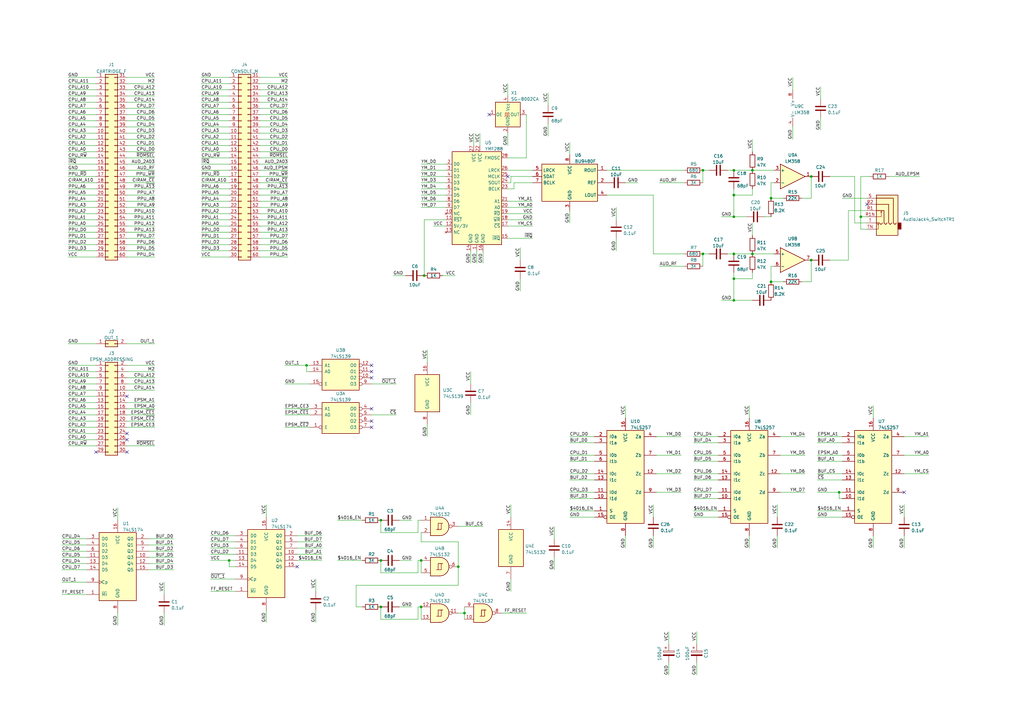
<source format=kicad_sch>
(kicad_sch (version 20211123) (generator eeschema)
  (paper "A3")
  (title_block (title "EPSM Expansion Audio FC") (date "2023-01-01") (rev "B") (company "Perkka; Persune"))
  (junction (at 300.99 80.01))
  (junction (at 316.23 115.57))
  (junction (at 156.21 248.92))
  (junction (at 300.99 123.19))
  (junction (at 93.98 229.87))
  (junction (at 300.99 69.85))
  (junction (at 172.72 248.92))
  (junction (at 173.99 113.03))
  (junction (at 172.72 229.87))
  (junction (at 316.23 81.28))
  (junction (at 288.29 69.85))
  (junction (at 156.21 213.36))
  (junction (at 308.61 69.85))
  (junction (at 190.5 251.46))
  (junction (at 308.61 104.14))
  (junction (at 332.74 106.68))
  (junction (at 125.73 149.86))
  (junction (at 187.96 232.41))
  (junction (at 332.74 72.39))
  (junction (at 344.17 201.93))
  (junction (at 300.99 114.3))
  (junction (at 300.99 88.9))
  (junction (at 300.99 104.14))
  (junction (at 288.29 104.14))
  (junction (at 156.21 229.87))
  (junction (at 353.06 88.9))
  (no_connect (at 370.84 201.93))
  (no_connect (at 152.4 149.86))
  (no_connect (at 152.4 167.64))
  (no_connect (at 152.4 175.26))
  (no_connect (at 152.4 172.72))
  (no_connect (at 121.92 232.41))
  (no_connect (at 355.6 83.82))
  (no_connect (at 52.07 162.56))
  (no_connect (at 39.37 185.42))
  (no_connect (at 52.07 180.34))
  (no_connect (at 52.07 177.8))
  (no_connect (at 52.07 185.42))
  (no_connect (at 152.4 154.94))
  (no_connect (at 208.28 72.39))
  (no_connect (at 200.66 46.99))
  (no_connect (at 152.4 152.4))
  (wire (pts (xy 269.24 179.07) (xy 279.4 179.07)))
  (wire (pts (xy 129.54 237.49) (xy 129.54 242.57)))
  (wire (pts (xy 345.44 81.28) (xy 355.6 81.28)))
  (wire (pts (xy 205.74 251.46) (xy 215.9 251.46)))
  (wire (pts (xy 27.94 97.79) (xy 39.37 97.79)))
  (wire (pts (xy 358.14 166.37) (xy 358.14 171.45)))
  (wire (pts (xy 82.55 77.47) (xy 93.98 77.47)))
  (wire (pts (xy 224.79 50.8) (xy 224.79 55.88)))
  (wire (pts (xy 121.92 222.25) (xy 132.08 222.25)))
  (wire (pts (xy 106.68 77.47) (xy 118.11 77.47)))
  (wire (pts (xy 187.96 222.25) (xy 187.96 232.41)))
  (wire (pts (xy 82.55 80.01) (xy 93.98 80.01)))
  (wire (pts (xy 106.68 85.09) (xy 118.11 85.09)))
  (wire (pts (xy 353.06 88.9) (xy 355.6 88.9)))
  (wire (pts (xy 60.96 228.6) (xy 71.12 228.6)))
  (wire (pts (xy 182.88 72.39) (xy 172.72 72.39)))
  (wire (pts (xy 208.28 85.09) (xy 218.44 85.09)))
  (wire (pts (xy 86.36 224.79) (xy 96.52 224.79)))
  (wire (pts (xy 109.22 207.01) (xy 109.22 212.09)))
  (wire (pts (xy 106.68 100.33) (xy 118.11 100.33)))
  (wire (pts (xy 27.94 100.33) (xy 39.37 100.33)))
  (wire (pts (xy 318.77 219.71) (xy 318.77 224.79)))
  (wire (pts (xy 172.72 229.87) (xy 171.45 229.87)))
  (wire (pts (xy 182.88 82.55) (xy 172.72 82.55)))
  (wire (pts (xy 307.34 219.71) (xy 307.34 224.79)))
  (wire (pts (xy 48.26 251.46) (xy 48.26 256.54)))
  (wire (pts (xy 121.92 229.87) (xy 132.08 229.87)))
  (wire (pts (xy 106.68 36.83) (xy 118.11 36.83)))
  (wire (pts (xy 52.07 41.91) (xy 63.5 41.91)))
  (wire (pts (xy 284.48 194.31) (xy 294.64 194.31)))
  (wire (pts (xy 60.96 223.52) (xy 71.12 223.52)))
  (wire (pts (xy 208.28 34.29) (xy 208.28 39.37)))
  (wire (pts (xy 106.68 72.39) (xy 118.11 72.39)))
  (wire (pts (xy 316.23 74.93) (xy 316.23 81.28)))
  (wire (pts (xy 106.68 31.75) (xy 118.11 31.75)))
  (wire (pts (xy 25.4 238.76) (xy 35.56 238.76)))
  (wire (pts (xy 182.88 69.85) (xy 172.72 69.85)))
  (wire (pts (xy 233.68 196.85) (xy 243.84 196.85)))
  (wire (pts (xy 52.07 182.88) (xy 63.5 182.88)))
  (wire (pts (xy 177.8 92.71) (xy 182.88 92.71)))
  (wire (pts (xy 233.68 201.93) (xy 243.84 201.93)))
  (wire (pts (xy 210.82 74.93) (xy 218.44 74.93)))
  (wire (pts (xy 171.45 213.36) (xy 171.45 218.44)))
  (wire (pts (xy 284.48 212.09) (xy 294.64 212.09)))
  (wire (pts (xy 121.92 227.33) (xy 132.08 227.33)))
  (wire (pts (xy 27.94 149.86) (xy 39.37 149.86)))
  (wire (pts (xy 27.94 67.31) (xy 39.37 67.31)))
  (wire (pts (xy 288.29 104.14) (xy 288.29 109.22)))
  (wire (pts (xy 208.28 74.93) (xy 209.55 74.93)))
  (wire (pts (xy 163.83 248.92) (xy 168.91 248.92)))
  (wire (pts (xy 156.21 213.36) (xy 156.21 218.44)))
  (wire (pts (xy 307.34 166.37) (xy 307.34 171.45)))
  (wire (pts (xy 27.94 52.07) (xy 39.37 52.07)))
  (wire (pts (xy 82.55 87.63) (xy 93.98 87.63)))
  (wire (pts (xy 93.98 229.87) (xy 96.52 229.87)))
  (wire (pts (xy 27.94 74.93) (xy 39.37 74.93)))
  (wire (pts (xy 156.21 234.95) (xy 171.45 234.95)))
  (wire (pts (xy 353.06 72.39) (xy 356.87 72.39)))
  (wire (pts (xy 308.61 104.14) (xy 317.5 104.14)))
  (wire (pts (xy 233.68 209.55) (xy 243.84 209.55)))
  (wire (pts (xy 146.05 240.03) (xy 146.05 248.92)))
  (wire (pts (xy 344.17 201.93) (xy 345.44 201.93)))
  (wire (pts (xy 106.68 44.45) (xy 118.11 44.45)))
  (wire (pts (xy 27.94 95.25) (xy 39.37 95.25)))
  (wire (pts (xy 300.99 80.01) (xy 300.99 88.9)))
  (wire (pts (xy 27.94 170.18) (xy 39.37 170.18)))
  (wire (pts (xy 370.84 207.01) (xy 370.84 212.09)))
  (wire (pts (xy 332.74 115.57) (xy 332.74 106.68)))
  (wire (pts (xy 82.55 72.39) (xy 93.98 72.39)))
  (wire (pts (xy 252.73 85.09) (xy 252.73 90.17)))
  (wire (pts (xy 52.07 69.85) (xy 63.5 69.85)))
  (wire (pts (xy 172.72 218.44) (xy 172.72 222.25)))
  (wire (pts (xy 27.94 49.53) (xy 39.37 49.53)))
  (wire (pts (xy 63.5 149.86) (xy 52.07 149.86)))
  (wire (pts (xy 172.72 222.25) (xy 187.96 222.25)))
  (wire (pts (xy 27.94 77.47) (xy 39.37 77.47)))
  (wire (pts (xy 288.29 104.14) (xy 290.83 104.14)))
  (wire (pts (xy 52.07 72.39) (xy 63.5 72.39)))
  (wire (pts (xy 27.94 180.34) (xy 39.37 180.34)))
  (wire (pts (xy 317.5 74.93) (xy 316.23 74.93)))
  (wire (pts (xy 52.07 52.07) (xy 63.5 52.07)))
  (wire (pts (xy 196.85 54.61) (xy 196.85 59.69)))
  (wire (pts (xy 27.94 46.99) (xy 39.37 46.99)))
  (wire (pts (xy 308.61 91.44) (xy 308.61 96.52)))
  (wire (pts (xy 370.84 186.69) (xy 381 186.69)))
  (wire (pts (xy 148.59 229.87) (xy 138.43 229.87)))
  (wire (pts (xy 106.68 82.55) (xy 118.11 82.55)))
  (wire (pts (xy 125.73 149.86) (xy 127 149.86)))
  (wire (pts (xy 353.06 88.9) (xy 353.06 93.98)))
  (wire (pts (xy 52.07 175.26) (xy 63.5 175.26)))
  (wire (pts (xy 106.68 102.87) (xy 118.11 102.87)))
  (wire (pts (xy 106.68 41.91) (xy 118.11 41.91)))
  (wire (pts (xy 267.97 219.71) (xy 267.97 224.79)))
  (wire (pts (xy 208.28 82.55) (xy 218.44 82.55)))
  (wire (pts (xy 121.92 219.71) (xy 132.08 219.71)))
  (wire (pts (xy 194.31 54.61) (xy 194.31 59.69)))
  (wire (pts (xy 208.28 90.17) (xy 218.44 90.17)))
  (wire (pts (xy 186.69 113.03) (xy 181.61 113.03)))
  (wire (pts (xy 27.94 154.94) (xy 39.37 154.94)))
  (wire (pts (xy 274.32 259.08) (xy 274.32 264.16)))
  (wire (pts (xy 52.07 77.47) (xy 63.5 77.47)))
  (wire (pts (xy 96.52 232.41) (xy 93.98 232.41)))
  (wire (pts (xy 182.88 80.01) (xy 172.72 80.01)))
  (wire (pts (xy 27.94 44.45) (xy 39.37 44.45)))
  (wire (pts (xy 298.45 104.14) (xy 300.99 104.14)))
  (wire (pts (xy 209.55 207.01) (xy 209.55 212.09)))
  (wire (pts (xy 86.36 242.57) (xy 96.52 242.57)))
  (wire (pts (xy 300.99 111.76) (xy 300.99 114.3)))
  (wire (pts (xy 52.07 57.15) (xy 63.5 57.15)))
  (wire (pts (xy 52.07 172.72) (xy 63.5 172.72)))
  (wire (pts (xy 146.05 248.92) (xy 148.59 248.92)))
  (wire (pts (xy 308.61 77.47) (xy 308.61 80.01)))
  (wire (pts (xy 332.74 81.28) (xy 332.74 72.39)))
  (wire (pts (xy 27.94 31.75) (xy 39.37 31.75)))
  (wire (pts (xy 27.94 59.69) (xy 39.37 59.69)))
  (wire (pts (xy 106.68 105.41) (xy 118.11 105.41)))
  (wire (pts (xy 300.99 88.9) (xy 306.07 88.9)))
  (wire (pts (xy 233.68 179.07) (xy 243.84 179.07)))
  (wire (pts (xy 335.28 196.85) (xy 345.44 196.85)))
  (wire (pts (xy 27.94 157.48) (xy 39.37 157.48)))
  (wire (pts (xy 106.68 92.71) (xy 118.11 92.71)))
  (wire (pts (xy 340.36 106.68) (xy 347.98 106.68)))
  (wire (pts (xy 233.68 189.23) (xy 243.84 189.23)))
  (wire (pts (xy 208.28 77.47) (xy 210.82 77.47)))
  (wire (pts (xy 27.94 102.87) (xy 39.37 102.87)))
  (wire (pts (xy 336.55 48.26) (xy 336.55 53.34)))
  (wire (pts (xy 195.58 102.87) (xy 195.58 107.95)))
  (wire (pts (xy 93.98 229.87) (xy 93.98 232.41)))
  (wire (pts (xy 213.36 101.6) (xy 213.36 106.68)))
  (wire (pts (xy 350.52 91.44) (xy 355.6 91.44)))
  (wire (pts (xy 320.04 201.93) (xy 330.2 201.93)))
  (wire (pts (xy 210.82 77.47) (xy 210.82 74.93)))
  (wire (pts (xy 67.31 251.46) (xy 67.31 256.54)))
  (wire (pts (xy 328.93 115.57) (xy 332.74 115.57)))
  (wire (pts (xy 25.4 228.6) (xy 35.56 228.6)))
  (wire (pts (xy 269.24 194.31) (xy 279.4 194.31)))
  (wire (pts (xy 27.94 172.72) (xy 39.37 172.72)))
  (wire (pts (xy 347.98 86.36) (xy 355.6 86.36)))
  (wire (pts (xy 300.99 123.19) (xy 308.61 123.19)))
  (wire (pts (xy 27.94 39.37) (xy 39.37 39.37)))
  (wire (pts (xy 370.84 194.31) (xy 381 194.31)))
  (wire (pts (xy 171.45 218.44) (xy 156.21 218.44)))
  (wire (pts (xy 300.99 114.3) (xy 308.61 114.3)))
  (wire (pts (xy 82.55 105.41) (xy 93.98 105.41)))
  (wire (pts (xy 82.55 74.93) (xy 93.98 74.93)))
  (wire (pts (xy 335.28 209.55) (xy 345.44 209.55)))
  (wire (pts (xy 233.68 186.69) (xy 243.84 186.69)))
  (wire (pts (xy 106.68 64.77) (xy 118.11 64.77)))
  (wire (pts (xy 52.07 154.94) (xy 63.5 154.94)))
  (wire (pts (xy 86.36 229.87) (xy 93.98 229.87)))
  (wire (pts (xy 213.36 114.3) (xy 213.36 119.38)))
  (wire (pts (xy 295.91 88.9) (xy 300.99 88.9)))
  (wire (pts (xy 256.54 166.37) (xy 256.54 171.45)))
  (wire (pts (xy 182.88 77.47) (xy 172.72 77.47)))
  (wire (pts (xy 350.52 72.39) (xy 350.52 91.44)))
  (wire (pts (xy 320.04 194.31) (xy 330.2 194.31)))
  (wire (pts (xy 284.48 196.85) (xy 294.64 196.85)))
  (wire (pts (xy 106.68 87.63) (xy 118.11 87.63)))
  (wire (pts (xy 82.55 82.55) (xy 93.98 82.55)))
  (wire (pts (xy 172.72 213.36) (xy 171.45 213.36)))
  (wire (pts (xy 25.4 243.84) (xy 35.56 243.84)))
  (wire (pts (xy 82.55 90.17) (xy 93.98 90.17)))
  (wire (pts (xy 209.55 74.93) (xy 209.55 72.39)))
  (wire (pts (xy 52.07 36.83) (xy 63.5 36.83)))
  (wire (pts (xy 317.5 109.22) (xy 316.23 109.22)))
  (wire (pts (xy 67.31 238.76) (xy 67.31 243.84)))
  (wire (pts (xy 60.96 231.14) (xy 71.12 231.14)))
  (wire (pts (xy 233.68 181.61) (xy 243.84 181.61)))
  (wire (pts (xy 52.07 64.77) (xy 63.5 64.77)))
  (wire (pts (xy 233.68 86.36) (xy 233.68 91.44)))
  (wire (pts (xy 190.5 251.46) (xy 190.5 254)))
  (wire (pts (xy 52.07 31.75) (xy 63.5 31.75)))
  (wire (pts (xy 209.55 237.49) (xy 209.55 242.57)))
  (wire (pts (xy 148.59 213.36) (xy 138.43 213.36)))
  (wire (pts (xy 82.55 41.91) (xy 93.98 41.91)))
  (wire (pts (xy 193.04 152.4) (xy 193.04 157.48)))
  (wire (pts (xy 298.45 69.85) (xy 300.99 69.85)))
  (wire (pts (xy 129.54 250.19) (xy 129.54 255.27)))
  (wire (pts (xy 82.55 102.87) (xy 93.98 102.87)))
  (wire (pts (xy 52.07 87.63) (xy 63.5 87.63)))
  (wire (pts (xy 116.84 170.18) (xy 127 170.18)))
  (wire (pts (xy 109.22 250.19) (xy 109.22 255.27)))
  (wire (pts (xy 172.72 248.92) (xy 172.72 254)))
  (wire (pts (xy 171.45 229.87) (xy 171.45 234.95)))
  (wire (pts (xy 267.97 104.14) (xy 280.67 104.14)))
  (wire (pts (xy 152.4 170.18) (xy 162.56 170.18)))
  (wire (pts (xy 82.55 64.77) (xy 93.98 64.77)))
  (wire (pts (xy 27.94 64.77) (xy 39.37 64.77)))
  (wire (pts (xy 52.07 74.93) (xy 63.5 74.93)))
  (wire (pts (xy 300.99 114.3) (xy 300.99 123.19)))
  (wire (pts (xy 269.24 201.93) (xy 279.4 201.93)))
  (wire (pts (xy 285.75 271.78) (xy 285.75 276.86)))
  (wire (pts (xy 294.64 181.61) (xy 284.48 181.61)))
  (wire (pts (xy 27.94 34.29) (xy 39.37 34.29)))
  (wire (pts (xy 325.12 52.07) (xy 325.12 57.15)))
  (wire (pts (xy 288.29 69.85) (xy 288.29 74.93)))
  (wire (pts (xy 82.55 39.37) (xy 93.98 39.37)))
  (wire (pts (xy 116.84 157.48) (xy 127 157.48)))
  (wire (pts (xy 48.26 208.28) (xy 48.26 213.36)))
  (wire (pts (xy 116.84 167.64) (xy 127 167.64)))
  (wire (pts (xy 370.84 219.71) (xy 370.84 224.79)))
  (wire (pts (xy 82.55 34.29) (xy 93.98 34.29)))
  (wire (pts (xy 233.68 204.47) (xy 243.84 204.47)))
  (wire (pts (xy 52.07 62.23) (xy 63.5 62.23)))
  (wire (pts (xy 335.28 201.93) (xy 344.17 201.93)))
  (wire (pts (xy 82.55 31.75) (xy 93.98 31.75)))
  (wire (pts (xy 345.44 204.47) (xy 344.17 204.47)))
  (wire (pts (xy 60.96 220.98) (xy 71.12 220.98)))
  (wire (pts (xy 25.4 231.14) (xy 35.56 231.14)))
  (wire (pts (xy 215.9 46.99) (xy 215.9 64.77)))
  (wire (pts (xy 52.07 80.01) (xy 63.5 80.01)))
  (wire (pts (xy 27.94 152.4) (xy 39.37 152.4)))
  (wire (pts (xy 156.21 248.92) (xy 156.21 254)))
  (wire (pts (xy 256.54 219.71) (xy 256.54 224.79)))
  (wire (pts (xy 106.68 97.79) (xy 118.11 97.79)))
  (wire (pts (xy 27.94 165.1) (xy 39.37 165.1)))
  (wire (pts (xy 27.94 54.61) (xy 39.37 54.61)))
  (wire (pts (xy 316.23 81.28) (xy 321.31 81.28)))
  (wire (pts (xy 224.79 38.1) (xy 224.79 43.18)))
  (wire (pts (xy 106.68 74.93) (xy 118.11 74.93)))
  (wire (pts (xy 106.68 80.01) (xy 118.11 80.01)))
  (wire (pts (xy 82.55 92.71) (xy 93.98 92.71)))
  (wire (pts (xy 163.83 229.87) (xy 168.91 229.87)))
  (wire (pts (xy 270.51 109.22) (xy 280.67 109.22)))
  (wire (pts (xy 233.68 194.31) (xy 243.84 194.31)))
  (wire (pts (xy 52.07 165.1) (xy 63.5 165.1)))
  (wire (pts (xy 52.07 100.33) (xy 63.5 100.33)))
  (wire (pts (xy 86.36 237.49) (xy 96.52 237.49)))
  (wire (pts (xy 52.07 170.18) (xy 63.5 170.18)))
  (wire (pts (xy 320.04 186.69) (xy 330.2 186.69)))
  (wire (pts (xy 336.55 35.56) (xy 336.55 40.64)))
  (wire (pts (xy 270.51 74.93) (xy 280.67 74.93)))
  (wire (pts (xy 86.36 219.71) (xy 96.52 219.71)))
  (wire (pts (xy 52.07 34.29) (xy 63.5 34.29)))
  (wire (pts (xy 52.07 82.55) (xy 63.5 82.55)))
  (wire (pts (xy 208.28 54.61) (xy 208.28 59.69)))
  (wire (pts (xy 370.84 179.07) (xy 381 179.07)))
  (wire (pts (xy 344.17 204.47) (xy 344.17 201.93)))
  (wire (pts (xy 52.07 85.09) (xy 63.5 85.09)))
  (wire (pts (xy 172.72 229.87) (xy 172.72 234.95)))
  (wire (pts (xy 284.48 179.07) (xy 294.64 179.07)))
  (wire (pts (xy 187.96 232.41) (xy 187.96 240.03)))
  (wire (pts (xy 82.55 97.79) (xy 93.98 97.79)))
  (wire (pts (xy 208.28 92.71) (xy 218.44 92.71)))
  (wire (pts (xy 106.68 46.99) (xy 118.11 46.99)))
  (wire (pts (xy 106.68 34.29) (xy 118.11 34.29)))
  (wire (pts (xy 233.68 58.42) (xy 233.68 63.5)))
  (wire (pts (xy 60.96 226.06) (xy 71.12 226.06)))
  (wire (pts (xy 284.48 186.69) (xy 294.64 186.69)))
  (wire (pts (xy 193.04 165.1) (xy 193.04 170.18)))
  (wire (pts (xy 208.28 97.79) (xy 218.44 97.79)))
  (wire (pts (xy 106.68 59.69) (xy 118.11 59.69)))
  (wire (pts (xy 27.94 105.41) (xy 39.37 105.41)))
  (wire (pts (xy 106.68 90.17) (xy 118.11 90.17)))
  (wire (pts (xy 300.99 80.01) (xy 308.61 80.01)))
  (wire (pts (xy 335.28 179.07) (xy 345.44 179.07)))
  (wire (pts (xy 82.55 57.15) (xy 93.98 57.15)))
  (wire (pts (xy 171.45 248.92) (xy 172.72 248.92)))
  (wire (pts (xy 52.07 140.97) (xy 63.5 140.97)))
  (wire (pts (xy 288.29 69.85) (xy 290.83 69.85)))
  (wire (pts (xy 82.55 52.07) (xy 93.98 52.07)))
  (wire (pts (xy 227.33 228.6) (xy 227.33 233.68)))
  (wire (pts (xy 125.73 152.4) (xy 125.73 149.86)))
  (wire (pts (xy 347.98 86.36) (xy 347.98 106.68)))
  (wire (pts (xy 52.07 92.71) (xy 63.5 92.71)))
  (wire (pts (xy 27.94 140.97) (xy 39.37 140.97)))
  (wire (pts (xy 52.07 44.45) (xy 63.5 44.45)))
  (wire (pts (xy 328.93 81.28) (xy 332.74 81.28)))
  (wire (pts (xy 52.07 59.69) (xy 63.5 59.69)))
  (wire (pts (xy 82.55 62.23) (xy 93.98 62.23)))
  (wire (pts (xy 106.68 69.85) (xy 118.11 69.85)))
  (wire (pts (xy 198.12 102.87) (xy 198.12 107.95)))
  (wire (pts (xy 25.4 226.06) (xy 35.56 226.06)))
  (wire (pts (xy 60.96 233.68) (xy 71.12 233.68)))
  (wire (pts (xy 358.14 219.71) (xy 358.14 224.79)))
  (wire (pts (xy 106.68 54.61) (xy 118.11 54.61)))
  (wire (pts (xy 121.92 224.79) (xy 132.08 224.79)))
  (wire (pts (xy 106.68 95.25) (xy 118.11 95.25)))
  (wire (pts (xy 52.07 54.61) (xy 63.5 54.61)))
  (wire (pts (xy 152.4 157.48) (xy 162.56 157.48)))
  (wire (pts (xy 52.07 90.17) (xy 63.5 90.17)))
  (wire (pts (xy 52.07 157.48) (xy 63.5 157.48)))
  (wire (pts (xy 308.61 69.85) (xy 317.5 69.85)))
  (wire (pts (xy 284.48 201.93) (xy 294.64 201.93)))
  (wire (pts (xy 52.07 97.79) (xy 63.5 97.79)))
  (wire (pts (xy 175.26 143.51) (xy 175.26 148.59)))
  (wire (pts (xy 106.68 39.37) (xy 118.11 39.37)))
  (wire (pts (xy 27.94 92.71) (xy 39.37 92.71)))
  (wire (pts (xy 318.77 207.01) (xy 318.77 212.09)))
  (wire (pts (xy 335.28 194.31) (xy 345.44 194.31)))
  (wire (pts (xy 182.88 67.31) (xy 172.72 67.31)))
  (wire (pts (xy 269.24 186.69) (xy 279.4 186.69)))
  (wire (pts (xy 116.84 149.86) (xy 125.73 149.86)))
  (wire (pts (xy 106.68 52.07) (xy 118.11 52.07)))
  (wire (pts (xy 82.55 46.99) (xy 93.98 46.99)))
  (wire (pts (xy 27.94 87.63) (xy 39.37 87.63)))
  (wire (pts (xy 146.05 240.03) (xy 187.96 240.03)))
  (wire (pts (xy 52.07 46.99) (xy 63.5 46.99)))
  (wire (pts (xy 325.12 31.75) (xy 325.12 36.83)))
  (wire (pts (xy 193.04 102.87) (xy 193.04 107.95)))
  (wire (pts (xy 248.92 69.85) (xy 280.67 69.85)))
  (wire (pts (xy 300.99 77.47) (xy 300.99 80.01)))
  (wire (pts (xy 82.55 69.85) (xy 93.98 69.85)))
  (wire (pts (xy 308.61 111.76) (xy 308.61 114.3)))
  (wire (pts (xy 285.75 259.08) (xy 285.75 264.16)))
  (wire (pts (xy 25.4 220.98) (xy 35.56 220.98)))
  (wire (pts (xy 166.37 113.03) (xy 161.29 113.03)))
  (wire (pts (xy 27.94 85.09) (xy 39.37 85.09)))
  (wire (pts (xy 27.94 80.01) (xy 39.37 80.01)))
  (wire (pts (xy 208.28 69.85) (xy 218.44 69.85)))
  (wire (pts (xy 190.5 248.92) (xy 190.5 251.46)))
  (wire (pts (xy 182.88 85.09) (xy 172.72 85.09)))
  (wire (pts (xy 284.48 204.47) (xy 294.64 204.47)))
  (wire (pts (xy 27.94 62.23) (xy 39.37 62.23)))
  (wire (pts (xy 187.96 251.46) (xy 190.5 251.46)))
  (wire (pts (xy 335.28 186.69) (xy 345.44 186.69)))
  (wire (pts (xy 182.88 74.93) (xy 172.72 74.93)))
  (wire (pts (xy 52.07 105.41) (xy 63.5 105.41)))
  (wire (pts (xy 27.94 72.39) (xy 39.37 72.39)))
  (wire (pts (xy 284.48 209.55) (xy 294.64 209.55)))
  (wire (pts (xy 82.55 95.25) (xy 93.98 95.25)))
  (wire (pts (xy 187.96 215.9) (xy 198.12 215.9)))
  (wire (pts (xy 106.68 67.31) (xy 118.11 67.31)))
  (wire (pts (xy 171.45 254) (xy 171.45 248.92)))
  (wire (pts (xy 25.4 223.52) (xy 35.56 223.52)))
  (wire (pts (xy 27.94 160.02) (xy 39.37 160.02)))
  (wire (pts (xy 27.94 162.56) (xy 39.37 162.56)))
  (wire (pts (xy 27.94 175.26) (xy 39.37 175.26)))
  (wire (pts (xy 316.23 115.57) (xy 321.31 115.57)))
  (wire (pts (xy 106.68 49.53) (xy 118.11 49.53)))
  (wire (pts (xy 233.68 212.09) (xy 243.84 212.09)))
  (wire (pts (xy 27.94 41.91) (xy 39.37 41.91)))
  (wire (pts (xy 27.94 167.64) (xy 39.37 167.64)))
  (wire (pts (xy 156.21 229.87) (xy 156.21 234.95)))
  (wire (pts (xy 295.91 123.19) (xy 300.99 123.19)))
  (wire (pts (xy 267.97 207.01) (xy 267.97 212.09)))
  (wire (pts (xy 316.23 109.22) (xy 316.23 115.57)))
  (wire (pts (xy 256.54 74.93) (xy 261.62 74.93)))
  (wire (pts (xy 335.28 212.09) (xy 345.44 212.09)))
  (wire (pts (xy 52.07 95.25) (xy 63.5 95.25)))
  (wire (pts (xy 313.69 88.9) (xy 316.23 88.9)))
  (wire (pts (xy 52.07 49.53) (xy 63.5 49.53)))
  (wire (pts (xy 82.55 67.31) (xy 93.98 67.31)))
  (wire (pts (xy 340.36 72.39) (xy 350.52 72.39)))
  (wire (pts (xy 182.88 90.17) (xy 173.99 90.17)))
  (wire (pts (xy 252.73 97.79) (xy 252.73 102.87)))
  (wire (pts (xy 353.06 72.39) (xy 353.06 88.9)))
  (wire (pts (xy 82.55 36.83) (xy 93.98 36.83)))
  (wire (pts (xy 52.07 39.37) (xy 63.5 39.37)))
  (wire (pts (xy 116.84 175.26) (xy 127 175.26)))
  (wire (pts (xy 173.99 90.17) (xy 173.99 113.03)))
  (wire (pts (xy 86.36 227.33) (xy 96.52 227.33)))
  (wire (pts (xy 267.97 80.01) (xy 267.97 104.14)))
  (wire (pts (xy 175.26 173.99) (xy 175.26 179.07)))
  (wire (pts (xy 82.55 44.45) (xy 93.98 44.45)))
  (wire (pts (xy 27.94 36.83) (xy 39.37 36.83)))
  (wire (pts (xy 27.94 90.17) (xy 39.37 90.17)))
  (wire (pts (xy 208.28 64.77) (xy 215.9 64.77)))
  (wire (pts (xy 335.28 189.23) (xy 345.44 189.23)))
  (wire (pts (xy 27.94 69.85) (xy 39.37 69.85)))
  (wire (pts (xy 52.07 102.87) (xy 63.5 102.87)))
  (wire (pts (xy 106.68 62.23) (xy 118.11 62.23)))
  (wire (pts (xy 25.4 233.68) (xy 35.56 233.68)))
  (wire (pts (xy 52.07 67.31) (xy 63.5 67.31)))
  (wire (pts (xy 82.55 100.33) (xy 93.98 100.33)))
  (wire (pts (xy 364.49 72.39) (xy 377.19 72.39)))
  (wire (pts (xy 248.92 80.01) (xy 267.97 80.01)))
  (wire (pts (xy 335.28 181.61) (xy 345.44 181.61)))
  (wire (pts (xy 27.94 82.55) (xy 39.37 82.55)))
  (wire (pts (xy 284.48 189.23) (xy 294.64 189.23)))
  (wire (pts (xy 82.55 59.69) (xy 93.98 59.69)))
  (wire (pts (xy 52.07 167.64) (xy 63.5 167.64)))
  (wire (pts (xy 274.32 271.78) (xy 274.32 276.86)))
  (wire (pts (xy 82.55 49.53) (xy 93.98 49.53)))
  (wire (pts (xy 156.21 254) (xy 171.45 254)))
  (wire (pts (xy 208.28 87.63) (xy 218.44 87.63)))
  (wire (pts (xy 27.94 182.88) (xy 39.37 182.88)))
  (wire (pts (xy 127 152.4) (xy 125.73 152.4)))
  (wire (pts (xy 227.33 215.9) (xy 227.33 220.98)))
  (wire (pts (xy 82.55 54.61) (xy 93.98 54.61)))
  (wire (pts (xy 355.6 93.98) (xy 353.06 93.98)))
  (wire (pts (xy 209.55 72.39) (xy 218.44 72.39)))
  (wire (pts (xy 308.61 57.15) (xy 308.61 62.23)))
  (wire (pts (xy 320.04 179.07) (xy 330.2 179.07)))
  (wire (pts (xy 86.36 222.25) (xy 96.52 222.25)))
  (wire (pts (xy 106.68 57.15) (xy 118.11 57.15)))
  (wire (pts (xy 300.99 69.85) (xy 308.61 69.85)))
  (wire (pts (xy 82.55 85.09) (xy 93.98 85.09)))
  (wire (pts (xy 27.94 177.8) (xy 39.37 177.8)))
  (wire (pts (xy 300.99 104.14) (xy 308.61 104.14)))
  (wire (pts (xy 163.83 213.36) (xy 168.91 213.36)))
  (wire (pts (xy 27.94 57.15) (xy 39.37 57.15)))
  (wire (pts (xy 52.07 160.02) (xy 63.5 160.02)))
  (wire (pts (xy 52.07 152.4) (xy 63.5 152.4)))
  (label "YM_D4" (at 172.72 77.47 0))
  (label "GND" (at 345.44 81.28 0))
  (label "CPU_A5" (at 27.94 49.53 0))
  (label "OUT_1" (at 63.5 140.97 180))
  (label "CPU_A14" (at 118.11 41.91 180))
  (label "CPU_A0" (at 27.94 62.23 0))
  (label "GND" (at 168.91 229.87 180))
  (label "CPU_D7" (at 25.4 233.68 0))
  (label "CPU_A9" (at 82.55 39.37 0))
  (label "CIRAM_A10" (at 82.55 74.93 0))
  (label "CPU_A6" (at 27.94 165.1 0))
  (label "VCC" (at 285.75 259.08 270))
  (label "PPU_A10" (at 63.5 87.63 180))
  (label "YM_A0" (at 218.44 85.09 180))
  (label "VCC" (at 177.8 92.71 0))
  (label "CPU_D3" (at 63.5 54.61 180))
  (label "VCC" (at 186.69 113.03 180))
  (label "CPU_A11" (at 82.55 34.29 0))
  (label "GND" (at 168.91 213.36 180))
  (label "PPU_A10" (at 118.11 87.63 180))
  (label "CPU_A1" (at 82.55 59.69 0))
  (label "GND" (at 325.12 57.15 90))
  (label "EPSM_A1" (at 63.5 165.1 180))
  (label "GND" (at 116.84 157.48 0))
  (label "BUF_CS" (at 198.12 215.9 180))
  (label "PPU_A6" (at 27.94 77.47 0))
  (label "AUD_RF" (at 270.51 74.93 0))
  (label "BUF_D7" (at 284.48 204.47 0))
  (label "GND" (at 335.28 212.09 0))
  (label "YM_D1" (at 279.4 186.69 180))
  (label "PPU_A8" (at 63.5 82.55 180))
  (label "YM_CS" (at 218.44 92.71 180))
  (label "$4016_EN" (at 233.68 209.55 0))
  (label "VCC" (at 175.26 143.51 270))
  (label "VCC" (at 318.77 207.01 270))
  (label "CPU_D0" (at 233.68 179.07 0))
  (label "VCC" (at 308.61 91.44 270))
  (label "VCC" (at 109.22 207.01 270))
  (label "BUF_D0" (at 233.68 181.61 0))
  (label "~{IRQ}" (at 82.55 67.31 0))
  (label "CPU_A0" (at 82.55 62.23 0))
  (label "PPU_D5" (at 118.11 102.87 180))
  (label "CPU_A7" (at 82.55 44.45 0))
  (label "CPU_D1" (at 118.11 59.69 180))
  (label "VCC" (at 224.79 38.1 270))
  (label "PPU_A7" (at 118.11 80.01 180))
  (label "CPU_A13" (at 118.11 39.37 180))
  (label "YM_D0" (at 279.4 179.07 180))
  (label "PPU_A5" (at 27.94 80.01 0))
  (label "EPSM_A0" (at 63.5 167.64 180))
  (label "PPU_D7" (at 118.11 97.79 180))
  (label "BUF_CS" (at 335.28 194.31 0))
  (label "CPU_A3" (at 27.94 172.72 0))
  (label "CPU_A2" (at 27.94 57.15 0))
  (label "BUF_D5" (at 71.12 228.6 180))
  (label "CPU_D6" (at 86.36 219.71 0))
  (label "VCC" (at 196.85 54.61 270))
  (label "CPU_A8" (at 82.55 41.91 0))
  (label "~{ROMSEL}" (at 63.5 64.77 180))
  (label "AUD_RF" (at 270.51 109.22 0))
  (label "PPU_A6" (at 82.55 77.47 0))
  (label "VCC" (at 307.34 166.37 270))
  (label "PPU_D3" (at 82.55 102.87 0))
  (label "VCC" (at 27.94 105.41 0))
  (label "EPSM_~{CE2}" (at 116.84 175.26 0))
  (label "GND" (at 175.26 179.07 90))
  (label "~{IRQ}" (at 218.44 97.79 180))
  (label "GND" (at 27.94 69.85 0))
  (label "CPU_R~{W}" (at 27.94 182.88 0))
  (label "CPU_A10" (at 27.94 154.94 0))
  (label "VCC" (at 67.31 238.76 270))
  (label "GND" (at 261.62 74.93 180))
  (label "GND" (at 27.94 140.97 0))
  (label "VCC" (at 252.73 85.09 270))
  (label "GND" (at 295.91 123.19 0))
  (label "GND" (at 358.14 224.79 90))
  (label "CPU_D5" (at 284.48 186.69 0))
  (label "BUF_D0" (at 71.12 220.98 180))
  (label "GND" (at 161.29 113.03 0))
  (label "CIRAM_~{CE}" (at 118.11 74.93 180))
  (label "CPU_D3" (at 233.68 201.93 0))
  (label "GND" (at 252.73 102.87 90))
  (label "AUD_RF" (at 63.5 69.85 180))
  (label "GND" (at 82.55 69.85 0))
  (label "PPU_D6" (at 118.11 100.33 180))
  (label "CPU_A12" (at 118.11 36.83 180))
  (label "CPU_A4" (at 27.94 52.07 0))
  (label "BUF_D6" (at 284.48 196.85 0))
  (label "GND" (at 213.36 119.38 90))
  (label "YM_D5" (at 330.2 186.69 180))
  (label "PPU_D1" (at 82.55 97.79 0))
  (label "CPU_D7" (at 86.36 222.25 0))
  (label "GND" (at 224.79 55.88 90))
  (label "CPU_D2" (at 86.36 227.33 0))
  (label "VCC" (at 325.12 31.75 270))
  (label "PPU_A11" (at 63.5 90.17 180))
  (label "$4016_EN" (at 284.48 209.55 0))
  (label "PPU_A2" (at 82.55 87.63 0))
  (label "PPU_A12" (at 118.11 92.71 180))
  (label "CPU_A7" (at 27.94 162.56 0))
  (label "EPSM_A0" (at 335.28 186.69 0))
  (label "CPU_D7" (at 284.48 201.93 0))
  (label "CPU_D6" (at 118.11 46.99 180))
  (label "GND" (at 256.54 224.79 90))
  (label "GND" (at 82.55 31.75 0))
  (label "CPU_A14" (at 63.5 41.91 180))
  (label "YM_D6" (at 172.72 82.55 0))
  (label "YM_A1" (at 218.44 82.55 180))
  (label "PPU_~{A13}" (at 63.5 77.47 180))
  (label "PPU_A13" (at 63.5 95.25 180))
  (label "PPU_A9" (at 63.5 85.09 180))
  (label "$4016_EN" (at 138.43 213.36 0))
  (label "GND" (at 198.12 107.95 90))
  (label "PPU_A5" (at 82.55 80.01 0))
  (label "PPU_~{RD}" (at 82.55 72.39 0))
  (label "CPU_A4" (at 27.94 170.18 0))
  (label "~{OUT_1}" (at 162.56 157.48 180))
  (label "CPU_D4" (at 118.11 52.07 180))
  (label "BUF_D1" (at 71.12 223.52 180))
  (label "~{CS}" (at 162.56 170.18 180))
  (label "VCC" (at 82.55 105.41 0))
  (label "BUF_D5" (at 284.48 189.23 0))
  (label "CPU_R~{W}" (at 27.94 64.77 0))
  (label "GND" (at 193.04 107.95 90))
  (label "M2" (at 63.5 152.4 180))
  (label "CPU_A3" (at 27.94 54.61 0))
  (label "VCC" (at 48.26 208.28 270))
  (label "GND" (at 109.22 255.27 90))
  (label "CIRAM_A10" (at 27.94 74.93 0))
  (label "M2" (at 118.11 34.29 180))
  (label "GND" (at 284.48 212.09 0))
  (label "GND" (at 27.94 149.86 0))
  (label "~{IRQ}" (at 27.94 67.31 0))
  (label "AUD_EPSM" (at 118.11 69.85 180))
  (label "CPU_A12" (at 63.5 36.83 180))
  (label "GND" (at 233.68 91.44 90))
  (label "OUT_1" (at 25.4 238.76 0))
  (label "YM_D2" (at 172.72 72.39 0))
  (label "GND" (at 370.84 224.79 90))
  (label "CPU_D0" (at 118.11 62.23 180))
  (label "AUD_2A03" (at 118.11 67.31 180))
  (label "CPU_D1" (at 233.68 186.69 0))
  (label "CPU_A8" (at 27.94 160.02 0))
  (label "VCC" (at 274.32 259.08 270))
  (label "CPU_A8" (at 27.94 41.91 0))
  (label "BUF_D3" (at 71.12 233.68 180))
  (label "GND" (at 295.91 88.9 0))
  (label "GND" (at 208.28 59.69 90))
  (label "VCC" (at 370.84 207.01 270))
  (label "PPU_D4" (at 118.11 105.41 180))
  (label "BUF_D7" (at 132.08 222.25 180))
  (label "YM_D3" (at 172.72 74.93 0))
  (label "PPU_A3" (at 27.94 85.09 0))
  (label "VCC" (at 208.28 34.29 270))
  (label "CPU_A11" (at 27.94 152.4 0))
  (label "CPU_D5" (at 25.4 223.52 0))
  (label "GND" (at 48.26 256.54 90))
  (label "CPU_D7" (at 118.11 44.45 180))
  (label "CPU_A10" (at 27.94 36.83 0))
  (label "CPU_A7" (at 27.94 44.45 0))
  (label "PPU_A4" (at 27.94 82.55 0))
  (label "VCC" (at 358.14 166.37 270))
  (label "PPU_D6" (at 63.5 100.33 180))
  (label "BUF_A1" (at 335.28 189.23 0))
  (label "~{OUT_1}" (at 86.36 237.49 0))
  (label "GND" (at 318.77 224.79 90))
  (label "YM_D2" (at 279.4 194.31 180))
  (label "YM_D5" (at 172.72 80.01 0))
  (label "PPU_A8" (at 118.11 82.55 180))
  (label "VCC" (at 233.68 58.42 270))
  (label "CPU_A1" (at 27.94 177.8 0))
  (label "GND" (at 129.54 255.27 90))
  (label "GND" (at 274.32 276.86 90))
  (label "YM_D0" (at 172.72 67.31 0))
  (label "YM_D1" (at 172.72 69.85 0))
  (label "YM_D6" (at 330.2 194.31 180))
  (label "BUF_D2" (at 233.68 196.85 0))
  (label "CPU_D2" (at 233.68 194.31 0))
  (label "PPU_~{WR}" (at 63.5 72.39 180))
  (label "VCC" (at 118.11 31.75 180))
  (label "FF_RESET" (at 86.36 242.57 0))
  (label "VCC" (at 213.36 101.6 270))
  (label "PPU_A9" (at 118.11 85.09 180))
  (label "GND" (at 27.94 31.75 0))
  (label "CPU_D6" (at 25.4 226.06 0))
  (label "PPU_~{A13}" (at 118.11 77.47 180))
  (label "YM_D7" (at 330.2 201.93 180))
  (label "CPU_A14" (at 63.5 160.02 180))
  (label "GND" (at 335.28 201.93 0))
  (label "CPU_D0" (at 63.5 62.23 180))
  (label "YM_D4" (at 330.2 179.07 180))
  (label "BUF_A1" (at 132.08 227.33 180))
  (label "CPU_D4" (at 25.4 220.98 0))
  (label "GND" (at 209.55 242.57 90))
  (label "PPU_A1" (at 27.94 90.17 0))
  (label "PPU_A4" (at 82.55 82.55 0))
  (label "CPU_A4" (at 82.55 52.07 0))
  (label "GND" (at 267.97 224.79 90))
  (label "FF_RESET" (at 215.9 251.46 180))
  (label "BUF_D1" (at 233.68 189.23 0))
  (label "BUF_D2" (at 71.12 226.06 180))
  (label "GND" (at 233.68 212.09 0))
  (label "GND" (at 336.55 53.34 90))
  (label "PPU_A3" (at 82.55 85.09 0))
  (label "YM_CS" (at 381 194.31 180))
  (label "PPU_A13" (at 118.11 95.25 180))
  (label "CPU_D1" (at 63.5 59.69 180))
  (label "CPU_A6" (at 27.94 46.99 0))
  (label "CPU_A2" (at 82.55 57.15 0))
  (label "BUF_D6" (at 132.08 219.71 180))
  (label "BUF_A0" (at 132.08 224.79 180))
  (label "VCC" (at 209.55 207.01 270))
  (label "EPSM_~{CE1}" (at 116.84 170.18 0))
  (label "$4016_EN" (at 138.43 229.87 0))
  (label "CPU_A0" (at 27.94 180.34 0))
  (label "VCC" (at 63.5 149.86 180))
  (label "PPU_A0" (at 82.55 92.71 0))
  (label "CPU_A5" (at 27.94 167.64 0))
  (label "CPU_A1" (at 27.94 59.69 0))
  (label "CPU_A9" (at 27.94 157.48 0))
  (label "GND" (at 307.34 224.79 90))
  (label "CIRAM_~{CE}" (at 63.5 74.93 180))
  (label "CPU_D5" (at 63.5 49.53 180))
  (label "~{ROMSEL}" (at 118.11 64.77 180))
  (label "PPU_A11" (at 118.11 90.17 180))
  (label "YM_D3" (at 279.4 201.93 180))
  (label "PPU_D4" (at 63.5 105.41 180))
  (label "FF_RESET" (at 25.4 243.84 0))
  (label "OUT_1" (at 116.84 149.86 0))
  (label "EPSM_CE3" (at 63.5 175.26 180))
  (label "GND" (at 218.44 90.17 180))
  (label "EPSM_A1" (at 335.28 179.07 0))
  (label "VCC" (at 267.97 207.01 270))
  (label "EPSM_CE3" (at 116.84 167.64 0))
  (label "GND" (at 227.33 233.68 90))
  (label "CPU_R~{W}" (at 82.55 64.77 0))
  (label "CPU_D4" (at 284.48 179.07 0))
  (label "CPU_A3" (at 82.55 54.61 0))
  (label "GND" (at -5.08 1.27 0))
  (label "BUF_D4" (at 284.48 181.61 0))
  (label "CPU_D5" (at 25.4 228.6 0))
  (label "EPSM_~{CE1}" (at 63.5 170.18 180))
  (label "PPU_D2" (at 82.55 100.33 0))
  (label "PPU_~{RD}" (at 27.94 72.39 0))
  (label "PPU_A1" (at 82.55 90.17 0))
  (label "CPU_A12" (at 63.5 154.94 180))
  (label "PPU_A12" (at 63.5 92.71 180))
  (label "VCC" (at 194.31 54.61 270))
  (label "VCC" (at -5.08 3.81 0))
  (label "BUF_A0" (at 335.28 181.61 0))
  (label "PPU_D5" (at 63.5 102.87 180))
  (label "PPU_D3" (at 27.94 102.87 0))
  (label "YM_D7" (at 172.72 85.09 0))
  (label "YM_A1" (at 381 179.07 180))
  (label "M2" (at 63.5 34.29 180))
  (label "GND" (at 193.04 170.18 90))
  (label "GND" (at 195.58 107.95 90))
  (label "BUF_D3" (at 233.68 204.47 0))
  (label "CPU_D6" (at 63.5 46.99 180))
  (label "CPU_A13" (at 63.5 157.48 180))
  (label "CPU_D2" (at 63.5 57.15 180))
  (label "PPU_D0" (at 82.55 95.25 0))
  (label "PPU_A0" (at 27.94 92.71 0))
  (label "$4016_EN" (at 335.28 209.55 0))
  (label "CPU_D3" (at 86.36 224.79 0))
  (label "CPU_D5" (at 118.11 49.53 180))
  (label "VCC" (at 218.44 87.63 180))
  (label "CPU_D4" (at 25.4 231.14 0))
  (label "VCC" (at 193.04 152.4 270))
  (label "VCC" (at 336.55 35.56 270))
  (label "CPU_D4" (at 63.5 52.07 180))
  (label "CPU_A11" (at 27.94 34.29 0))
  (label "~{CS}" (at 335.28 196.85 0))
  (label "CPU_D2" (at 118.11 57.15 180))
  (label "CPU_A9" (at 27.94 39.37 0))
  (label "VCC" (at 256.54 166.37 270))
  (label "CPU_D3" (at 118.11 54.61 180))
  (label "GND" (at 285.75 276.86 90))
  (label "VCC" (at 86.36 229.87 0))
  (label "PPU_A2" (at 27.94 87.63 0))
  (label "PPU_D7" (at 63.5 97.79 180))
  (label "CPU_D6" (at 284.48 194.31 0))
  (label "VCC" (at 308.61 57.15 270))
  (label "PPU_D1" (at 27.94 97.79 0))
  (label "CPU_A2" (at 27.94 175.26 0))
  (label "~{ROMSEL}" (at 63.5 182.88 180))
  (label "VCC" (at 227.33 215.9 270))
  (label "GND" (at 67.31 256.54 90))
  (label "AUD_2A03" (at 63.5 67.31 180))
  (label "PPU_A7" (at 63.5 80.01 180))
  (label "CPU_A5" (at 82.55 49.53 0))
  (label "PPU_~{WR}" (at 118.11 72.39 180))
  (label "YM_A0" (at 381 186.69 180))
  (label "CPU_A6" (at 82.55 46.99 0))
  (label "CPU_A13" (at 63.5 39.37 180))
  (label "AUD_EPSM" (at 377.19 72.39 180))
  (label "VCC" (at 129.54 237.49 270))
  (label "BUF_D4" (at 71.12 231.14 180))
  (label "$4016_EN" (at 132.08 229.87 180))
  (label "PPU_D2" (at 27.94 100.33 0))
  (label "CPU_A10" (at 82.55 36.83 0))
  (label "PPU_D0" (at 27.94 95.25 0))
  (label "GND" (at 168.91 248.92 180))
  (label "CPU_D7" (at 63.5 44.45 180))
  (label "EPSM_~{CE2}" (at 63.5 172.72 180))
  (label "VCC" (at 63.5 31.75 180))
  (symbol (lib_id "EPSM-Famicom:YMF288") (at 195.58 81.28 0) (unit 1)
    (property "Reference" "U5" (at 198.8694 58.5302 0) (effects (justify left)))
    (property "Value" "YMF288" (at 198.8694 61.0671 0) (effects (justify left)))
    (property "Footprint" "EPSM-Famicom:SOP-28_7.5x12.8mm_P1.27mm" (effects hide))
  )
  (symbol (lib_id "74xx:74LS257") (at 256.54 194.31 0) (unit 1)
    (property "Reference" "U10" (at 258.5594 172.8302 0) (effects (justify left)))
    (property "Value" "74LS257" (at 258.5594 175.3671 0) (effects (justify left)))
    (property "Footprint" "Package_SO:SOIC-16_3.9x9.9mm_P1.27mm" (effects hide))
    (property "Datasheet" "http://www.ti.com/lit/gpn/sn74LS257" (effects hide))
  )
  (symbol (lib_id "74xx:74LS174") (at 109.22 229.87 0) (unit 1)
    (property "Reference" "U2" (at 111.2394 213.4702 0) (effects (justify left)))
    (property "Value" "74LS174" (at 111.2394 216.0071 0) (effects (justify left)))
    (property "Footprint" "Package_SO:SOIC-16_3.9x9.9mm_P1.27mm" (effects hide))
    (property "Datasheet" "http://www.ti.com/lit/gpn/sn74LS174" (effects hide))
  )
  (symbol (lib_id "Connector_Generic:Conn_02x15_Odd_Even") (at 44.45 167.64 0) (unit 1)
    (property "Reference" "J3" (at 45.72 144.8902 0))
    (property "Value" "EPSM_ADDRESSING" (at 45.72 147.4271 0))
    (property "Footprint" "Connector_PinSocket_2.54mm:PinSocket_2x15_P2.54mm_Vertical_SMD" (effects hide))
  )
  (symbol (lib_id "74xx:74LS257") (at 307.34 194.31 0) (unit 1)
    (property "Reference" "U8" (at 309.3594 172.8302 0) (effects (justify left)))
    (property "Value" "74LS257" (at 309.3594 175.3671 0) (effects (justify left)))
    (property "Footprint" "Package_SO:SOIC-16_3.9x9.9mm_P1.27mm" (effects hide))
    (property "Datasheet" "http://www.ti.com/lit/gpn/sn74LS257" (effects hide))
  )
  (symbol (lib_id "Connector_Generic:Conn_02x30_Top_Bottom") (at 44.45 67.31 0) (unit 1)
    (property "Reference" "J1" (at 45.72 26.5135 0))
    (property "Value" "CARTRIDGE_F" (at 45.72 29.2886 0))
    (property "Footprint" "EPSM-Famicom:FC_CONN_F" (effects hide))
  )
  (symbol (lib_id "Device:R") (at 360.68 72.39 90) (unit 1)
    (property "Reference" "R17" (at 360.68 69.85 90))
    (property "Value" "1K" (at 360.68 72.39 90))
    (property "Footprint" "Resistor_SMD:R_0805_2012Metric_Pad1.20x1.40mm_HandSolder" (effects hide))
  )
  (symbol (lib_id "Device:C") (at 318.77 215.9 180) (unit 1)
    (property "Reference" "C22" (at 321.691 215.0653 0) (effects (justify right)))
    (property "Value" "0.1uF" (at 321.691 217.6022 0) (effects (justify right)))
    (property "Footprint" "Capacitor_SMD:C_0805_2012Metric_Pad1.18x1.45mm_HandSolder" (effects hide))
  )
  (symbol (lib_id "Device:R") (at 316.23 119.38 180) (unit 1)
    (property "Reference" "R14" (at 317.5 118.11 0) (effects (justify right)))
    (property "Value" "8.2K" (at 317.5 120.65 0) (effects (justify right)))
    (property "Footprint" "Resistor_SMD:R_0805_2012Metric_Pad1.20x1.40mm_HandSolder" (effects hide))
  )
  (symbol (lib_id "Device:C") (at 309.88 88.9 90) (unit 1)
    (property "Reference" "C20" (at 309.88 83.0412 90))
    (property "Value" "10uF" (at 309.88 85.5781 90))
    (property "Footprint" "Capacitor_SMD:C_0805_2012Metric_Pad1.18x1.45mm_HandSolder" (effects hide))
  )
  (symbol (lib_id "Device:R") (at 325.12 81.28 90) (unit 1)
    (property "Reference" "R15" (at 325.12 78.74 90))
    (property "Value" "22K" (at 325.12 81.28 90))
    (property "Footprint" "Resistor_SMD:R_0805_2012Metric_Pad1.20x1.40mm_HandSolder" (effects hide))
  )
  (symbol (lib_id "Device:C") (at 193.04 161.29 180) (unit 1)
    (property "Reference" "C7" (at 195.961 160.4553 0) (effects (justify right)))
    (property "Value" "0.1uF" (at 195.961 162.9922 0) (effects (justify right)))
    (property "Footprint" "Capacitor_SMD:C_0805_2012Metric_Pad1.18x1.45mm_HandSolder" (effects hide))
  )
  (symbol (lib_id "74xx:74LS132") (at 180.34 251.46 0) (unit 4)
    (property "Reference" "U4" (at 180.34 243.9502 0))
    (property "Value" "74LS132" (at 180.34 246.4871 0))
    (property "Footprint" "Package_SO:SOIC-14_3.9x8.7mm_P1.27mm" (effects hide))
    (property "Datasheet" "http://www.ti.com/lit/gpn/sn74LS132" (effects hide))
  )
  (symbol (lib_id "Device:C") (at 312.42 123.19 90) (unit 1)
    (property "Reference" "C21" (at 312.42 117.3312 90))
    (property "Value" "10uF" (at 312.42 119.8681 90))
    (property "Footprint" "Capacitor_SMD:C_0805_2012Metric_Pad1.18x1.45mm_HandSolder" (effects hide))
  )
  (symbol (lib_id "Device:C") (at 300.99 73.66 0) (unit 1)
    (property "Reference" "C18" (at 302.26 71.12 0) (effects (justify left)))
    (property "Value" "68pF" (at 302.26 76.2 0) (effects (justify left)))
    (property "Footprint" "Capacitor_SMD:C_0805_2012Metric_Pad1.18x1.45mm_HandSolder" (effects hide))
  )
  (symbol (lib_id "Device:C") (at 267.97 215.9 180) (unit 1)
    (property "Reference" "C26" (at 270.891 215.0653 0) (effects (justify right)))
    (property "Value" "0.1uF" (at 270.891 217.6022 0) (effects (justify right)))
    (property "Footprint" "Capacitor_SMD:C_0805_2012Metric_Pad1.18x1.45mm_HandSolder" (effects hide))
  )
  (symbol (lib_id "Amplifier_Operational:LM358") (at 325.12 72.39 0) (unit 1)
    (property "Reference" "U9" (at 325.12 63.6102 0))
    (property "Value" "LM358" (at 325.12 66.1471 0))
    (property "Footprint" "Package_SO:SOIC-8_3.9x4.9mm_P1.27mm" (effects hide))
    (property "Datasheet" "http://www.ti.com/lit/ds/symlink/lm2904-n.pdf" (effects hide))
  )
  (symbol (lib_id "Device:R") (at 177.8 113.03 270) (unit 1)
    (property "Reference" "R4" (at 177.8 110.49 90))
    (property "Value" "1K" (at 177.8 113.03 90))
    (property "Footprint" "Resistor_SMD:R_0805_2012Metric_Pad1.20x1.40mm_HandSolder" (effects hide))
  )
  (symbol (lib_id "power:PWR_FLAG") (at -5.08 3.81 90) (unit 1)
    (property "Reference" "#FLG02" (effects hide))
    (property "Value" "PWR_FLAG" (at -8.2549 4.2438 90) (effects (justify left)))
  )
  (symbol (lib_id "Oscillator:SG-8002CA") (at 208.28 46.99 0) (unit 1)
    (property "Reference" "X1" (at 209.55 38.1 0) (effects (justify left)))
    (property "Value" "SG-8002CA" (at 209.55 40.64 0) (effects (justify left)))
    (property "Footprint" "Oscillator:Oscillator_SMD_SeikoEpson_SG8002LB-4Pin_5.0x3.2mm" (effects hide))
    (property "Datasheet" "https://support.epson.biz/td/api/doc_check.php?mode=dl&lang=en&Parts=SG-8002DC" (effects hide))
  )
  (symbol (lib_id "74xx:74LS139") (at 139.7 170.18 0) (unit 1)
    (property "Reference" "U3" (at 139.7 161.4002 0))
    (property "Value" "74LS139" (at 139.7 163.9371 0))
    (property "Footprint" "Package_SO:SOIC-16_3.9x9.9mm_P1.27mm" (effects hide))
    (property "Datasheet" "http://www.ti.com/lit/ds/symlink/sn74ls139a.pdf" (effects hide))
  )
  (symbol (lib_id "Device:C") (at 224.79 46.99 0) (unit 1)
    (property "Reference" "C9" (at 226.06 44.45 0) (effects (justify left)))
    (property "Value" "68pF" (at 226.06 49.53 0) (effects (justify left)))
    (property "Footprint" "Capacitor_SMD:C_0805_2012Metric_Pad1.18x1.45mm_HandSolder" (effects hide))
  )
  (symbol (lib_id "Device:R") (at 284.48 104.14 270) (unit 1)
    (property "Reference" "R7" (at 284.48 101.6 90))
    (property "Value" "680" (at 284.48 104.14 90))
    (property "Footprint" "Resistor_SMD:R_0805_2012Metric_Pad1.20x1.40mm_HandSolder" (effects hide))
  )
  (symbol (lib_id "Device:C") (at 252.73 74.93 90) (unit 1)
    (property "Reference" "C11" (at 252.73 69.0712 90))
    (property "Value" "10uF" (at 252.73 71.6081 90))
    (property "Footprint" "Capacitor_SMD:C_0805_2012Metric_Pad1.18x1.45mm_HandSolder" (effects hide))
  )
  (symbol (lib_id "Device:C") (at 160.02 248.92 90) (unit 1)
    (property "Reference" "C5" (at 160.02 245.11 90))
    (property "Value" "68pF" (at 160.02 252.73 90))
    (property "Footprint" "Capacitor_SMD:C_0805_2012Metric_Pad1.18x1.45mm_HandSolder" (effects hide))
  )
  (symbol (lib_id "74xx:74LS132") (at 180.34 232.41 0) (unit 2)
    (property "Reference" "U4" (at 180.34 224.9002 0))
    (property "Value" "74LS132" (at 180.34 227.4371 0))
    (property "Footprint" "Package_SO:SOIC-14_3.9x8.7mm_P1.27mm" (effects hide))
    (property "Datasheet" "http://www.ti.com/lit/gpn/sn74LS132" (effects hide))
  )
  (symbol (lib_id "Connector_Generic:Conn_02x01") (at 44.45 140.97 0) (unit 1)
    (property "Reference" "J2" (at 45.72 136.0002 0))
    (property "Value" "OUT_1" (at 45.72 138.5371 0))
    (property "Footprint" "Connector_PinHeader_2.54mm:PinHeader_1x02_P2.54mm_Vertical" (effects hide))
  )
  (symbol (lib_id "Device:C") (at 336.55 44.45 180) (unit 1)
    (property "Reference" "C23" (at 339.471 43.6153 0) (effects (justify right)))
    (property "Value" "0.1uF" (at 339.471 46.1522 0) (effects (justify right)))
    (property "Footprint" "Capacitor_SMD:C_0805_2012Metric_Pad1.18x1.45mm_HandSolder" (effects hide))
  )
  (symbol (lib_id "Device:C") (at 294.64 104.14 90) (unit 1)
    (property "Reference" "C17" (at 294.64 98.2812 90))
    (property "Value" "10uF" (at 294.64 100.8181 90))
    (property "Footprint" "Capacitor_SMD:C_0805_2012Metric_Pad1.18x1.45mm_HandSolder" (effects hide))
  )
  (symbol (lib_id "Device:C_Polarized") (at 285.75 267.97 0) (unit 1)
    (property "Reference" "C15" (at 289.56 267.97 90))
    (property "Value" "100uF" (at 281.94 267.97 90))
    (property "Footprint" "Capacitor_THT:CP_Radial_D5.0mm_P2.50mm" (effects hide))
  )
  (symbol (lib_id "Device:C") (at 294.64 69.85 90) (unit 1)
    (property "Reference" "C16" (at 294.64 63.9912 90))
    (property "Value" "10uF" (at 294.64 66.5281 90))
    (property "Footprint" "Capacitor_SMD:C_0805_2012Metric_Pad1.18x1.45mm_HandSolder" (effects hide))
  )
  (symbol (lib_id "Device:R") (at 152.4 213.36 90) (unit 1)
    (property "Reference" "R1" (at 152.4 210.82 90))
    (property "Value" "1K" (at 152.4 213.36 90))
    (property "Footprint" "Resistor_SMD:R_0805_2012Metric_Pad1.20x1.40mm_HandSolder" (effects hide))
  )
  (symbol (lib_id "Device:R") (at 308.61 107.95 0) (unit 1)
    (property "Reference" "R12" (at 310.388 107.1153 0) (effects (justify left)))
    (property "Value" "47K" (at 310.388 109.6522 0) (effects (justify left)))
    (property "Footprint" "Resistor_SMD:R_0805_2012Metric_Pad1.20x1.40mm_HandSolder" (effects hide))
  )
  (symbol (lib_id "74xx:74LS132") (at 209.55 224.79 0) (unit 5)
    (property "Reference" "U4" (at 215.392 223.9553 0) (effects (justify left)))
    (property "Value" "74LS132" (at 215.392 226.4922 0) (effects (justify left)))
    (property "Footprint" "Package_SO:SOIC-14_3.9x8.7mm_P1.27mm" (effects hide))
    (property "Datasheet" "http://www.ti.com/lit/gpn/sn74LS132" (effects hide))
  )
  (symbol (lib_id "Amplifier_Operational:LM358") (at 325.12 106.68 0) (unit 2)
    (property "Reference" "U9" (at 325.12 97.9002 0))
    (property "Value" "LM358" (at 325.12 100.4371 0))
    (property "Footprint" "Package_SO:SOIC-8_3.9x4.9mm_P1.27mm" (effects hide))
    (property "Datasheet" "http://www.ti.com/lit/ds/symlink/lm2904-n.pdf" (effects hide))
  )
  (symbol (lib_id "74xx:74LS132") (at 180.34 215.9 0) (unit 1)
    (property "Reference" "U4" (at 180.34 208.3902 0))
    (property "Value" "74LS132" (at 180.34 210.9271 0))
    (property "Footprint" "Package_SO:SOIC-14_3.9x8.7mm_P1.27mm" (effects hide))
    (property "Datasheet" "http://www.ti.com/lit/gpn/sn74LS132" (effects hide))
  )
  (symbol (lib_id "Device:C") (at 370.84 215.9 180) (unit 1)
    (property "Reference" "C13" (at 373.761 215.0653 0) (effects (justify right)))
    (property "Value" "0.1uF" (at 373.761 217.6022 0) (effects (justify right)))
    (property "Footprint" "Capacitor_SMD:C_0805_2012Metric_Pad1.18x1.45mm_HandSolder" (effects hide))
  )
  (symbol (lib_id "Device:C_Polarized") (at 274.32 267.97 0) (unit 1)
    (property "Reference" "C14" (at 278.13 267.97 90))
    (property "Value" "100uF" (at 270.51 267.97 90))
    (property "Footprint" "Capacitor_THT:CP_Radial_D5.0mm_P2.50mm" (effects hide))
  )
  (symbol (lib_id "Device:R") (at 308.61 73.66 0) (unit 1)
    (property "Reference" "R10" (at 310.388 72.8253 0) (effects (justify left)))
    (property "Value" "47K" (at 310.388 75.3622 0) (effects (justify left)))
    (property "Footprint" "Resistor_SMD:R_0805_2012Metric_Pad1.20x1.40mm_HandSolder" (effects hide))
  )
  (symbol (lib_id "74xx:74LS257") (at 358.14 194.31 0) (unit 1)
    (property "Reference" "U7" (at 360.1594 172.8302 0) (effects (justify left)))
    (property "Value" "74LS257" (at 360.1594 175.3671 0) (effects (justify left)))
    (property "Footprint" "Package_SO:SOIC-16_3.9x9.9mm_P1.27mm" (effects hide))
    (property "Datasheet" "http://www.ti.com/lit/gpn/sn74LS257" (effects hide))
  )
  (symbol (lib_id "74xx:74LS139") (at 139.7 152.4 0) (unit 2)
    (property "Reference" "U3" (at 139.7 143.6202 0))
    (property "Value" "74LS139" (at 139.7 146.1571 0))
    (property "Footprint" "Package_SO:SOIC-16_3.9x9.9mm_P1.27mm" (effects hide))
    (property "Datasheet" "http://www.ti.com/lit/ds/symlink/sn74ls139a.pdf" (effects hide))
  )
  (symbol (lib_id "Device:R") (at 316.23 85.09 180) (unit 1)
    (property "Reference" "R13" (at 317.5 83.82 0) (effects (justify right)))
    (property "Value" "8.2K" (at 317.5 86.36 0) (effects (justify right)))
    (property "Footprint" "Resistor_SMD:R_0805_2012Metric_Pad1.20x1.40mm_HandSolder" (effects hide))
  )
  (symbol (lib_id "Device:C") (at 300.99 107.95 0) (unit 1)
    (property "Reference" "C19" (at 302.26 105.41 0) (effects (justify left)))
    (property "Value" "68pF" (at 302.26 110.49 0) (effects (justify left)))
    (property "Footprint" "Capacitor_SMD:C_0805_2012Metric_Pad1.18x1.45mm_HandSolder" (effects hide))
  )
  (symbol (lib_id "Device:R") (at 152.4 229.87 90) (unit 1)
    (property "Reference" "R2" (at 152.4 227.33 90))
    (property "Value" "3K" (at 152.4 229.87 90))
    (property "Footprint" "Resistor_SMD:R_0805_2012Metric_Pad1.20x1.40mm_HandSolder" (effects hide))
  )
  (symbol (lib_id "Device:C") (at 336.55 72.39 90) (unit 1)
    (property "Reference" "C24" (at 336.55 68.58 90))
    (property "Value" "10uF" (at 336.55 76.2 90))
    (property "Footprint" "Capacitor_SMD:C_0805_2012Metric_Pad1.18x1.45mm_HandSolder" (effects hide))
  )
  (symbol (lib_id "74xx:74LS132") (at 198.12 251.46 0) (unit 3)
    (property "Reference" "U4" (at 198.12 243.9502 0))
    (property "Value" "74LS132" (at 198.12 246.4871 0))
    (property "Footprint" "Package_SO:SOIC-14_3.9x8.7mm_P1.27mm" (effects hide))
    (property "Datasheet" "http://www.ti.com/lit/gpn/sn74LS132" (effects hide))
  )
  (symbol (lib_id "Device:C") (at 227.33 224.79 180) (unit 1)
    (property "Reference" "C10" (at 230.251 223.9553 0) (effects (justify right)))
    (property "Value" "0.1uF" (at 230.251 226.4922 0) (effects (justify right)))
    (property "Footprint" "Capacitor_SMD:C_0805_2012Metric_Pad1.18x1.45mm_HandSolder" (effects hide))
  )
  (symbol (lib_id "power:PWR_FLAG") (at -5.08 1.27 90) (unit 1)
    (property "Reference" "#FLG01" (effects hide))
    (property "Value" "PWR_FLAG" (at -8.2549 1.7038 90) (effects (justify left)))
  )
  (symbol (lib_id "Device:C") (at 170.18 113.03 90) (unit 1)
    (property "Reference" "C6" (at 170.18 109.22 90))
    (property "Value" "10uF" (at 170.18 116.84 90))
    (property "Footprint" "Capacitor_SMD:C_0805_2012Metric_Pad1.18x1.45mm_HandSolder" (effects hide))
  )
  (symbol (lib_id "Device:C") (at 67.31 247.65 180) (unit 1)
    (property "Reference" "C1" (at 70.231 246.8153 0) (effects (justify right)))
    (property "Value" "0.1uF" (at 70.231 249.3522 0) (effects (justify right)))
    (property "Footprint" "Capacitor_SMD:C_0805_2012Metric_Pad1.18x1.45mm_HandSolder" (effects hide))
  )
  (symbol (lib_id "Device:R") (at 284.48 109.22 270) (unit 1)
    (property "Reference" "R8" (at 284.48 106.68 90))
    (property "Value" "3K" (at 284.48 109.22 90))
    (property "Footprint" "Resistor_SMD:R_0805_2012Metric_Pad1.20x1.40mm_HandSolder" (effects hide))
  )
  (symbol (lib_id "Amplifier_Operational:LM358") (at 327.66 44.45 0) (unit 3)
    (property "Reference" "U9" (at 325.755 43.6153 0) (effects (justify left)))
    (property "Value" "LM358" (at 325.755 46.1522 0) (effects (justify left)))
    (property "Footprint" "Package_SO:SOIC-8_3.9x4.9mm_P1.27mm" (effects hide))
    (property "Datasheet" "http://www.ti.com/lit/ds/symlink/lm2904-n.pdf" (effects hide))
  )
  (symbol (lib_id "74xx:74LS139") (at 175.26 161.29 0) (unit 3)
    (property "Reference" "U3" (at 181.61 160.02 0) (effects (justify left)))
    (property "Value" "74LS139" (at 181.61 162.56 0) (effects (justify left)))
    (property "Footprint" "Package_SO:SOIC-16_3.9x9.9mm_P1.27mm" (effects hide))
    (property "Datasheet" "http://www.ti.com/lit/ds/symlink/sn74ls139a.pdf" (effects hide))
  )
  (symbol (lib_id "Device:R") (at 325.12 115.57 90) (unit 1)
    (property "Reference" "R16" (at 325.12 113.03 90))
    (property "Value" "22K" (at 325.12 115.57 90))
    (property "Footprint" "Resistor_SMD:R_0805_2012Metric_Pad1.20x1.40mm_HandSolder" (effects hide))
  )
  (symbol (lib_id "Device:C") (at 213.36 110.49 180) (unit 1)
    (property "Reference" "C8" (at 216.281 109.6553 0) (effects (justify right)))
    (property "Value" "0.1uF" (at 216.281 112.1922 0) (effects (justify right)))
    (property "Footprint" "Capacitor_SMD:C_0805_2012Metric_Pad1.18x1.45mm_HandSolder" (effects hide))
  )
  (symbol (lib_id "EPSM-Famicom:BU9480F") (at 233.68 74.93 0) (unit 1)
    (property "Reference" "U6" (at 235.6994 63.6102 0) (effects (justify left)))
    (property "Value" "BU9480F" (at 235.6994 66.1471 0) (effects (justify left)))
    (property "Footprint" "Package_SO:SOIC-8_5.275x5.275mm_P1.27mm" (effects hide))
  )
  (symbol (lib_id "Device:R") (at 308.61 66.04 0) (unit 1)
    (property "Reference" "R9" (at 310.388 65.2053 0) (effects (justify left)))
    (property "Value" "47K" (at 310.388 67.7422 0) (effects (justify left)))
    (property "Footprint" "Resistor_SMD:R_0805_2012Metric_Pad1.20x1.40mm_HandSolder" (effects hide))
  )
  (symbol (lib_id "Device:C") (at 160.02 229.87 90) (unit 1)
    (property "Reference" "C4" (at 160.02 226.06 90))
    (property "Value" "68pF" (at 160.02 233.68 90))
    (property "Footprint" "Capacitor_SMD:C_0805_2012Metric_Pad1.18x1.45mm_HandSolder" (effects hide))
  )
  (symbol (lib_id "Device:R") (at 284.48 69.85 270) (unit 1)
    (property "Reference" "R5" (at 284.48 67.31 90))
    (property "Value" "680" (at 284.48 69.85 90))
    (property "Footprint" "Resistor_SMD:R_0805_2012Metric_Pad1.20x1.40mm_HandSolder" (effects hide))
  )
  (symbol (lib_id "Device:R") (at 152.4 248.92 90) (unit 1)
    (property "Reference" "R3" (at 152.4 246.38 90))
    (property "Value" "1K" (at 152.4 248.92 90))
    (property "Footprint" "Resistor_SMD:R_0805_2012Metric_Pad1.20x1.40mm_HandSolder" (effects hide))
  )
  (symbol (lib_id "Device:R") (at 284.48 74.93 270) (unit 1)
    (property "Reference" "R6" (at 284.48 72.39 90))
    (property "Value" "3K" (at 284.48 74.93 90))
    (property "Footprint" "Resistor_SMD:R_0805_2012Metric_Pad1.20x1.40mm_HandSolder" (effects hide))
  )
  (symbol (lib_id "Device:R") (at 308.61 100.33 0) (unit 1)
    (property "Reference" "R11" (at 310.388 99.4953 0) (effects (justify left)))
    (property "Value" "47K" (at 310.388 102.0322 0) (effects (justify left)))
    (property "Footprint" "Resistor_SMD:R_0805_2012Metric_Pad1.20x1.40mm_HandSolder" (effects hide))
  )
  (symbol (lib_id "Device:C") (at 252.73 93.98 180) (unit 1)
    (property "Reference" "C12" (at 255.651 93.1453 0) (effects (justify right)))
    (property "Value" "0.1uF" (at 255.651 95.6822 0) (effects (justify right)))
    (property "Footprint" "Capacitor_SMD:C_0805_2012Metric_Pad1.18x1.45mm_HandSolder" (effects hide))
  )
  (symbol (lib_id "Device:C") (at 129.54 246.38 180) (unit 1)
    (property "Reference" "C2" (at 132.461 245.5453 0) (effects (justify right)))
    (property "Value" "0.1uF" (at 132.461 248.0822 0) (effects (justify right)))
    (property "Footprint" "Capacitor_SMD:C_0805_2012Metric_Pad1.18x1.45mm_HandSolder" (effects hide))
  )
  (symbol (lib_id "Device:C") (at 336.55 106.68 90) (unit 1)
    (property "Reference" "C25" (at 336.55 102.87 90))
    (property "Value" "10uF" (at 336.55 110.49 90))
    (property "Footprint" "Capacitor_SMD:C_0805_2012Metric_Pad1.18x1.45mm_HandSolder" (effects hide))
  )
  (symbol (lib_id "Device:C") (at 160.02 213.36 90) (unit 1)
    (property "Reference" "C3" (at 160.02 209.55 90))
    (property "Value" "68pF" (at 160.02 217.17 90))
    (property "Footprint" "Capacitor_SMD:C_0805_2012Metric_Pad1.18x1.45mm_HandSolder" (effects hide))
  )
  (symbol (lib_id "Connector_Generic:Conn_02x30_Top_Bottom") (at 99.06 67.31 0) (unit 1)
    (property "Reference" "J4" (at 100.33 26.5135 0))
    (property "Value" "CONSOLE_M" (at 100.33 29.2886 0))
    (property "Footprint" "EPSM-Famicom:HVC-ETROM-01" (effects hide))
  )
  (symbol (lib_id "Connector:AudioJack4_SwitchTR1") (at 360.68 86.36 0) (mirror y) (unit 1)
    (property "Reference" "J5" (at 370.332 87.4303 0) (effects (justify right)))
    (property "Value" "AudioJack4_SwitchTR1" (at 370.332 89.9672 0) (effects (justify right)))
    (property "Footprint" "EPSM-Famicom:Jack_3.5mm_PJ311_Horizontal" (effects hide))
  )
  (symbol (lib_id "74xx:74LS174") (at 48.26 231.14 0) (unit 1)
    (property "Reference" "U1" (at 50.2794 214.7402 0) (effects (justify left)))
    (property "Value" "74LS174" (at 50.2794 217.2771 0) (effects (justify left)))
    (property "Footprint" "Package_SO:SOIC-16_3.9x9.9mm_P1.27mm" (effects hide))
    (property "Datasheet" "http://www.ti.com/lit/gpn/sn74LS174" (effects hide))
  )
)
</source>
